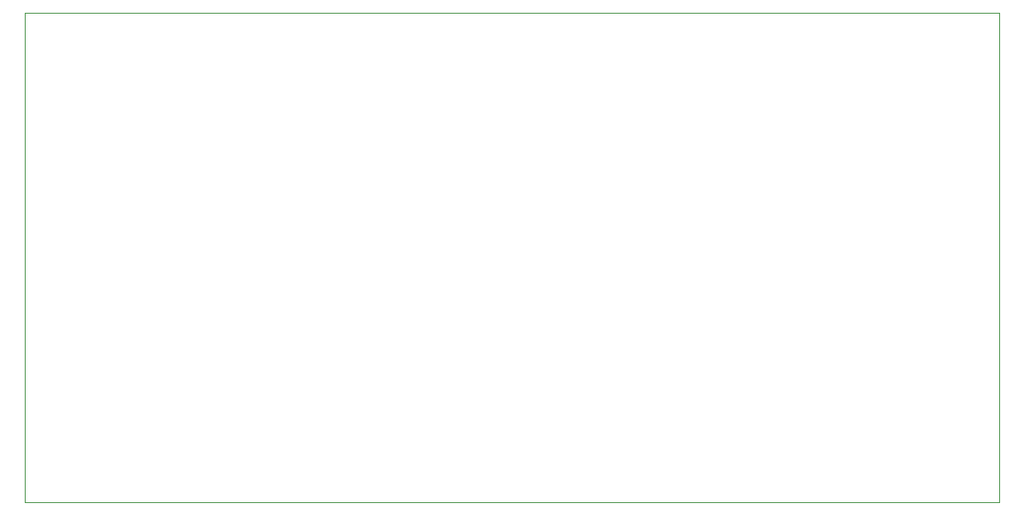
<source format=gbr>
G04 #@! TF.GenerationSoftware,KiCad,Pcbnew,7.0.10*
G04 #@! TF.CreationDate,2024-03-04T21:29:39-06:00*
G04 #@! TF.ProjectId,JargonJolt,4a617267-6f6e-44a6-9f6c-742e6b696361,rev?*
G04 #@! TF.SameCoordinates,Original*
G04 #@! TF.FileFunction,Profile,NP*
%FSLAX46Y46*%
G04 Gerber Fmt 4.6, Leading zero omitted, Abs format (unit mm)*
G04 Created by KiCad (PCBNEW 7.0.10) date 2024-03-04 21:29:39*
%MOMM*%
%LPD*%
G01*
G04 APERTURE LIST*
G04 #@! TA.AperFunction,Profile*
%ADD10C,0.100000*%
G04 #@! TD*
G04 APERTURE END LIST*
D10*
X208280000Y-114554000D02*
X111760000Y-114554000D01*
X208280000Y-66040000D02*
X208280000Y-114554000D01*
X111760000Y-114554000D02*
X111760000Y-66040000D01*
X111760000Y-66040000D02*
X208280000Y-66040000D01*
M02*

</source>
